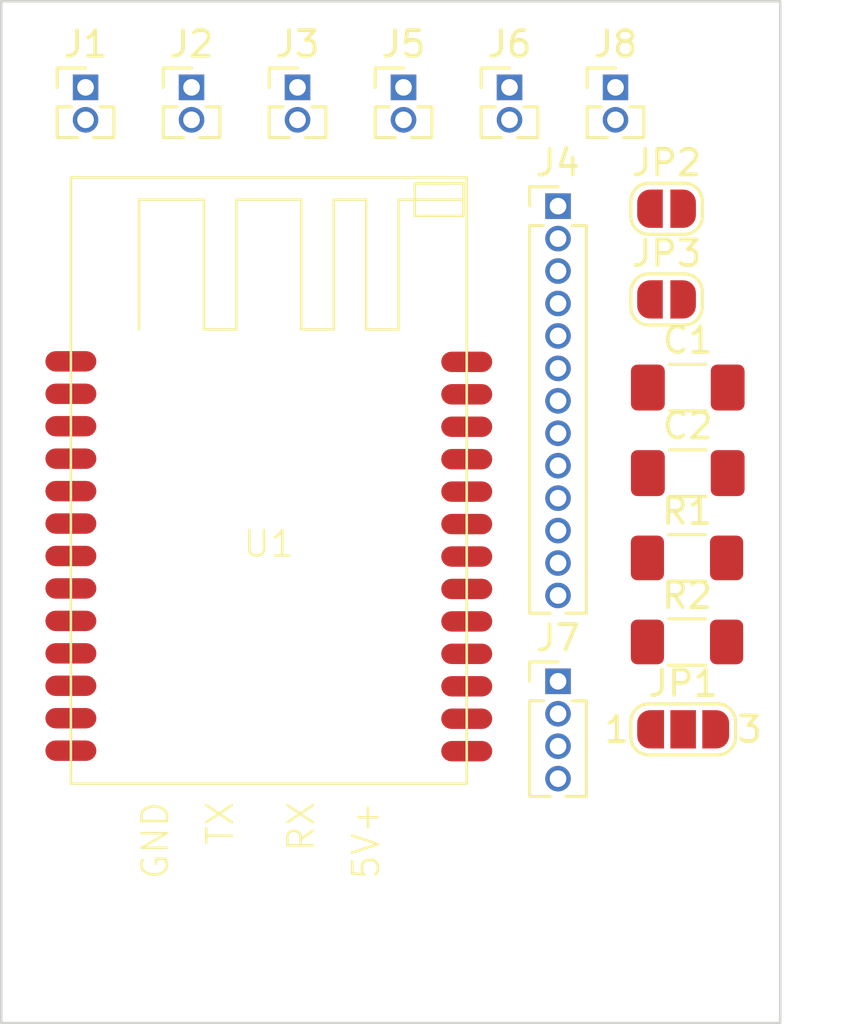
<source format=kicad_pcb>
(kicad_pcb (version 20221018) (generator pcbnew)
  (layers (0 "F.Cu" signal) (31 "B.Cu" signal) (34 "B.Paste" user) (35 "F.Paste" user) (36 "B.SilkS" user "B.Silkscreen") (37 "F.SilkS" user "F.Silkscreen") (38 "B.Mask" user) (39 "F.Mask" user) (44 "Edge.Cuts" user))
  (net 0 "")
  (net 1 "+3V3")
  (net 2 "GND")
  (net 3 "Net-(J1-Pin_1)")
  (net 4 "Net-(J1-Pin_2)")
  (net 5 "Net-(J2-Pin_2)")
  (net 6 "Net-(J4-Pin_1)")
  (net 7 "Net-(J4-Pin_2)")
  (net 8 "Net-(J4-Pin_3)")
  (net 9 "Net-(J4-Pin_4)")
  (net 10 "Net-(J4-Pin_5)")
  (net 11 "Net-(J4-Pin_6)")
  (net 12 "Net-(J4-Pin_7)")
  (net 13 "Net-(J4-Pin_8)")
  (net 14 "Net-(J4-Pin_9)")
  (net 15 "Net-(J4-Pin_10)")
  (net 16 "Net-(J4-Pin_11)")
  (net 17 "Net-(J4-Pin_12)")
  (net 18 "Net-(J4-Pin_13)")
  (net 19 "Net-(J5-Pin_2)")
  (net 20 "+BATT")
  (net 21 "+5V")
  (net 22 "Net-(J7-Pin_3)")
  (net 23 "Net-(J7-Pin_4)")
  (net 24 "Net-(JP1-C)")
  (net 25 "Net-(JP2-A)")
  (net 26 "Net-(JP3-A)")
  (net 27 "Net-(U1-DVDD{slash}POWER)")
  (footprint "Connector_PinHeader_1.27mm:PinHeader_1x02_P1.27mm_Vertical" (layer "F.Cu") (at 147.1 85.87)
    (fp_text reference "J3" (at 0 -1.695) (layer "F.SilkS"))
    (fp_text value "3V3_CONN")
    (fp_line (start -1.11 -0.76) (end 0 -0.76) (stroke (width 0.12)) (layer "F.SilkS"))
    (fp_line (start -1.11 0) (end -1.11 -0.76) (stroke (width 0.12)) (layer "F.SilkS"))
    (fp_line (start -1.11 0.76) (end -1.11 1.965) (stroke (width 0.12)) (layer "F.SilkS"))
    (fp_line (start -1.11 0.76) (end -0.563471 0.76) (stroke (width 0.12)) (layer "F.SilkS"))
    (fp_line (start -1.11 1.965) (end -0.30753 1.965) (stroke (width 0.12)) (layer "F.SilkS"))
    (fp_line (start 0.30753 1.965) (end 1.11 1.965) (stroke (width 0.12)) (layer "F.SilkS"))
    (fp_line (start 0.563471 0.76) (end 1.11 0.76) (stroke (width 0.12)) (layer "F.SilkS"))
    (fp_line (start 1.11 0.76) (end 1.11 1.965) (stroke (width 0.12)) (layer "F.SilkS"))
    (pad "1" thru_hole rect (at 0 0) (size 1 1) (drill 0.65) (layers "*.Cu" "*.Mask") (net 2 "GND"))
    (pad "2" thru_hole oval (at 0 1.27) (size 1 1) (drill 0.65) (layers "*.Cu" "*.Mask") (net 1 "+3V3"))
  )
  (footprint "Capacitor_SMD:C_1206_3216Metric_Pad1.33x1.80mm_HandSolder" (layer "F.Cu") (at 162.38 97.62)
    (fp_text reference "C1" (at 0 -1.85) (layer "F.SilkS"))
    (fp_text value "100u")
    (fp_line (start -0.711252 -0.91) (end 0.711252 -0.91) (stroke (width 0.12)) (layer "F.SilkS"))
    (fp_line (start -0.711252 0.91) (end 0.711252 0.91) (stroke (width 0.12)) (layer "F.SilkS"))
    (pad "1" smd roundrect (at -1.5625 0) (size 1.325 1.8) (layers "F.Cu" "F.Paste" "F.Mask") (roundrect_rratio 0.188679) (net 1 "+3V3"))
    (pad "2" smd roundrect (at 1.5625 0) (size 1.325 1.8) (layers "F.Cu" "F.Paste" "F.Mask") (roundrect_rratio 0.188679) (net 2 "GND"))
  )
  (footprint "Waddle_Footprint_Library:DFR0781_BT401_V3" (layer "F.Cu") (at 145.975 104.235)
    (fp_text reference "U1" (at 0 -0.5 unlocked) (layer "F.SilkS") (effects (font (thickness 0.1))))
    (fp_text value "DFR0781_BT401")
    (fp_text user "GND" (at -4.445 9.525 90 unlocked) (layer "F.SilkS") (effects (font (thickness 0.1)) (justify right)))
    (fp_text user "TX" (at -1.905 9.525 90 unlocked) (layer "F.SilkS") (effects (font (thickness 0.1)) (justify right)))
    (fp_text user "5V+" (at 3.81 9.525 90 unlocked) (layer "F.SilkS") (effects (font (thickness 0.1)) (justify right)))
    (fp_text user "RX" (at 1.27 9.525 90 unlocked) (layer "F.SilkS") (effects (font (thickness 0.1)) (justify right)))
    (fp_line (start -5.08 -13.97) (end -2.54 -13.97) (stroke (width 0.1)) (layer "F.SilkS"))
    (fp_line (start -5.08 -8.89) (end -5.08 -13.97) (stroke (width 0.1)) (layer "F.SilkS"))
    (fp_line (start -2.54 -13.97) (end -2.54 -8.89) (stroke (width 0.1)) (layer "F.SilkS"))
    (fp_line (start -2.54 -8.89) (end -1.27 -8.89) (stroke (width 0.1)) (layer "F.SilkS"))
    (fp_line (start -1.27 -13.97) (end 1.27 -13.97) (stroke (width 0.1)) (layer "F.SilkS"))
    (fp_line (start -1.27 -12.7) (end -1.27 -13.97) (stroke (width 0.1)) (layer "F.SilkS"))
    (fp_line (start -1.27 -8.89) (end -1.27 -12.7) (stroke (width 0.1)) (layer "F.SilkS"))
    (fp_line (start 1.27 -13.97) (end 1.27 -8.89) (stroke (width 0.1)) (layer "F.SilkS"))
    (fp_line (start 1.27 -8.89) (end 2.54 -8.89) (stroke (width 0.1)) (layer "F.SilkS"))
    (fp_line (start 2.54 -13.97) (end 3.81 -13.97) (stroke (width 0.1)) (layer "F.SilkS"))
    (fp_line (start 2.54 -8.89) (end 2.54 -13.97) (stroke (width 0.1)) (layer "F.SilkS"))
    (fp_line (start 3.81 -13.97) (end 3.81 -8.89) (stroke (width 0.1)) (layer "F.SilkS"))
    (fp_line (start 3.81 -8.89) (end 5.08 -8.89) (stroke (width 0.1)) (layer "F.SilkS"))
    (fp_line (start 5.08 -13.97) (end 7.62 -13.97) (stroke (width 0.1)) (layer "F.SilkS"))
    (fp_line (start 5.08 -8.89) (end 5.08 -13.97) (stroke (width 0.1)) (layer "F.SilkS"))
    (fp_rect (start -7.75 -14.84) (end 7.75 8.89) (stroke (width 0.1)) (fill none) (layer "F.SilkS"))
    (fp_rect (start 5.715 -14.605) (end 7.62 -13.335) (stroke (width 0.1)) (fill none) (layer "F.SilkS"))
    (pad "1" smd roundrect (at -7.75 -7.64) (size 2 0.8) (layers "F.Cu" "F.Paste" "F.Mask") (roundrect_rratio 0.5))
    (pad "2" smd roundrect (at -7.75 -6.37) (size 2 0.8) (layers "F.Cu" "F.Paste" "F.Mask") (roundrect_rratio 0.5))
    (pad "3" smd roundrect (at -7.75 -5.1) (size 2 0.8) (layers "F.Cu" "F.Paste" "F.Mask") (roundrect_rratio 0.5))
    (pad "4" smd roundrect (at -7.75 -3.83) (size 2 0.8) (layers "F.Cu" "F.Paste" "F.Mask") (roundrect_rratio 0.5) (net 18 "Net-(J4-Pin_13)"))
    (pad "5" smd roundrect (at -7.75 -2.56) (size 2 0.8) (layers "F.Cu" "F.Paste" "F.Mask") (roundrect_rratio 0.5) (net 17 "Net-(J4-Pin_12)"))
    (pad "6" smd roundrect (at -7.75 -1.29) (size 2 0.8) (layers "F.Cu" "F.Paste" "F.Mask") (roundrect_rratio 0.5) (net 1 "+3V3"))
    (pad "7" smd roundrect (at -7.75 -0.02) (size 2 0.8) (layers "F.Cu" "F.Paste" "F.Mask") (roundrect_rratio 0.5) (net 27 "Net-(U1-DVDD{slash}POWER)"))
    (pad "8" smd roundrect (at -7.75 1.25) (size 2 0.8) (layers "F.Cu" "F.Paste" "F.Mask") (roundrect_rratio 0.5) (net 19 "Net-(J5-Pin_2)"))
    (pad "9" smd roundrect (at -7.75 2.52) (size 2 0.8) (layers "F.Cu" "F.Paste" "F.Mask") (roundrect_rratio 0.5) (net 4 "Net-(J1-Pin_2)"))
    (pad "10" smd roundrect (at -7.75 3.79) (size 2 0.8) (layers "F.Cu" "F.Paste" "F.Mask") (roundrect_rratio 0.5) (net 5 "Net-(J2-Pin_2)"))
    (pad "11" smd roundrect (at -7.75 5.06) (size 2 0.8) (layers "F.Cu" "F.Paste" "F.Mask") (roundrect_rratio 0.5) (net 3 "Net-(J1-Pin_1)"))
    (pad "12" smd roundrect (at -7.75 6.33) (size 2 0.8) (layers "F.Cu" "F.Paste" "F.Mask") (roundrect_rratio 0.5) (net 2 "GND"))
    (pad "13" smd roundrect (at -7.75 7.6) (size 2 0.8) (layers "F.Cu" "F.Paste" "F.Mask") (roundrect_rratio 0.5) (net 20 "+BATT"))
    (pad "14" smd roundrect (at 7.75 7.62) (size 2 0.8) (layers "F.Cu" "F.Paste" "F.Mask") (roundrect_rratio 0.5) (net 16 "Net-(J4-Pin_11)"))
    (pad "15" smd roundrect (at 7.75 6.35) (size 2 0.8) (layers "F.Cu" "F.Paste" "F.Mask") (roundrect_rratio 0.5) (net 15 "Net-(J4-Pin_10)"))
    (pad "16" smd roundrect (at 7.75 5.08) (size 2 0.8) (layers "F.Cu" "F.Paste" "F.Mask") (roundrect_rratio 0.5) (net 14 "Net-(J4-Pin_9)"))
    (pad "17" smd roundrect (at 7.75 3.81) (size 2 0.8) (layers "F.Cu" "F.Paste" "F.Mask") (roundrect_rratio 0.5) (net 13 "Net-(J4-Pin_8)"))
    (pad "18" smd roundrect (at 7.75 2.54) (size 2 0.8) (layers "F.Cu" "F.Paste" "F.Mask") (roundrect_rratio 0.5) (net 12 "Net-(J4-Pin_7)"))
    (pad "19" smd roundrect (at 7.75 1.27) (size 2 0.8) (layers "F.Cu" "F.Paste" "F.Mask") (roundrect_rratio 0.5) (net 11 "Net-(J4-Pin_6)"))
    (pad "20" smd roundrect (at 7.75 0) (size 2 0.8) (layers "F.Cu" "F.Paste" "F.Mask") (roundrect_rratio 0.5) (net 10 "Net-(J4-Pin_5)"))
    (pad "21" smd roundrect (at 7.75 -1.27) (size 2 0.8) (layers "F.Cu" "F.Paste" "F.Mask") (roundrect_rratio 0.5) (net 9 "Net-(J4-Pin_4)"))
    (pad "22" smd roundrect (at 7.75 -2.54) (size 2 0.8) (layers "F.Cu" "F.Paste" "F.Mask") (roundrect_rratio 0.5) (net 8 "Net-(J4-Pin_3)"))
    (pad "23" smd roundrect (at 7.75 -3.81) (size 2 0.8) (layers "F.Cu" "F.Paste" "F.Mask") (roundrect_rratio 0.5) (net 7 "Net-(J4-Pin_2)"))
    (pad "24" smd roundrect (at 7.75 -5.08) (size 2 0.8) (layers "F.Cu" "F.Paste" "F.Mask") (roundrect_rratio 0.5) (net 6 "Net-(J4-Pin_1)"))
    (pad "25" smd roundrect (at 7.75 -6.35) (size 2 0.8) (layers "F.Cu" "F.Paste" "F.Mask") (roundrect_rratio 0.5) (net 23 "Net-(J7-Pin_4)"))
    (pad "26" smd roundrect (at 7.75 -7.62) (size 2 0.8) (layers "F.Cu" "F.Paste" "F.Mask") (roundrect_rratio 0.5) (net 22 "Net-(J7-Pin_3)"))
  )
  (footprint "Jumper:SolderJumper-2_P1.3mm_Open_RoundedPad1.0x1.5mm" (layer "F.Cu") (at 161.55 90.62)
    (fp_text reference "JP2" (at 0 -1.8) (layer "F.SilkS"))
    (fp_text value "Jumper_2_Bridged")
    (fp_line (start -1.4 0.3) (end -1.4 -0.3) (stroke (width 0.12)) (layer "F.SilkS"))
    (fp_line (start -0.7 -1) (end 0.7 -1) (stroke (width 0.12)) (layer "F.SilkS"))
    (fp_line (start 0.7 1) (end -0.7 1) (stroke (width 0.12)) (layer "F.SilkS"))
    (fp_line (start 1.4 -0.3) (end 1.4 0.3) (stroke (width 0.12)) (layer "F.SilkS"))
    (fp_arc (start -1.4 -0.3) (mid -1.194975 -0.794975) (end -0.7 -1) (stroke (width 0.12)) (layer "F.SilkS"))
    (fp_arc (start -0.7 1) (mid -1.194975 0.794975) (end -1.4 0.3) (stroke (width 0.12)) (layer "F.SilkS"))
    (fp_arc (start 0.7 -1) (mid 1.194975 -0.794975) (end 1.4 -0.3) (stroke (width 0.12)) (layer "F.SilkS"))
    (fp_arc (start 1.4 0.3) (mid 1.194975 0.794975) (end 0.7 1) (stroke (width 0.12)) (layer "F.SilkS"))
    (pad "1" smd custom (at -0.65 0) (size 1 0.5) (layers "F.Cu" "F.Mask") (net 25 "Net-(JP2-A)") (options (clearance outline) (anchor rect)) (primitives (gr_circle (center 0 0.25) (end 0.5 0.25) (width 0) (fill yes)) (gr_circle (center 0 -0.25) (end 0.5 -0.25) (width 0) (fill yes)) (gr_poly (pts (xy 0.5 0.75) (xy 0 0.75) (xy 0 -0.75) (xy 0.5 -0.75)) (width 0) (fill yes))))
    (pad "2" smd custom (at 0.65 0) (size 1 0.5) (layers "F.Cu" "F.Mask") (net 18 "Net-(J4-Pin_13)") (options (clearance outline) (anchor rect)) (primitives (gr_circle (center 0 0.25) (end 0.5 0.25) (width 0) (fill yes)) (gr_circle (center 0 -0.25) (end 0.5 -0.25) (width 0) (fill yes)) (gr_poly (pts (xy 0 0.75) (xy -0.5 0.75) (xy -0.5 -0.75) (xy 0 -0.75)) (width 0) (fill yes))))
  )
  (footprint "Capacitor_SMD:C_1206_3216Metric_Pad1.33x1.80mm_HandSolder" (layer "F.Cu") (at 162.38 100.97)
    (fp_text reference "C2" (at 0 -1.85) (layer "F.SilkS"))
    (fp_text value "4.7u")
    (fp_line (start -0.711252 -0.91) (end 0.711252 -0.91) (stroke (width 0.12)) (layer "F.SilkS"))
    (fp_line (start -0.711252 0.91) (end 0.711252 0.91) (stroke (width 0.12)) (layer "F.SilkS"))
    (pad "1" smd roundrect (at -1.5625 0) (size 1.325 1.8) (layers "F.Cu" "F.Paste" "F.Mask") (roundrect_rratio 0.188679) (net 1 "+3V3"))
    (pad "2" smd roundrect (at 1.5625 0) (size 1.325 1.8) (layers "F.Cu" "F.Paste" "F.Mask") (roundrect_rratio 0.188679) (net 2 "GND"))
  )
  (footprint "Jumper:SolderJumper-3_P1.3mm_Open_RoundedPad1.0x1.5mm_NumberLabels" (layer "F.Cu") (at 162.2 111)
    (fp_text reference "JP1" (at 0 -1.8) (layer "F.SilkS"))
    (fp_text value "Jumper_3_Open")
    (fp_text user "3" (at 2.6 0) (layer "F.SilkS"))
    (fp_text user "1" (at -2.6 0) (layer "F.SilkS"))
    (fp_line (start -2.05 0.3) (end -2.05 -0.3) (stroke (width 0.12)) (layer "F.SilkS"))
    (fp_line (start -1.4 -1) (end 1.4 -1) (stroke (width 0.12)) (layer "F.SilkS"))
    (fp_line (start 1.4 1) (end -1.4 1) (stroke (width 0.12)) (layer "F.SilkS"))
    (fp_line (start 2.05 -0.3) (end 2.05 0.3) (stroke (width 0.12)) (layer "F.SilkS"))
    (fp_arc (start -2.05 -0.3) (mid -1.844975 -0.794975) (end -1.35 -1) (stroke (width 0.12)) (layer "F.SilkS"))
    (fp_arc (start -1.35 1) (mid -1.844975 0.794975) (end -2.05 0.3) (stroke (width 0.12)) (layer "F.SilkS"))
    (fp_arc (start 1.35 -1) (mid 1.844975 -0.794975) (end 2.05 -0.3) (stroke (width 0.12)) (layer "F.SilkS"))
    (fp_arc (start 2.05 0.3) (mid 1.844975 0.794975) (end 1.35 1) (stroke (width 0.12)) (layer "F.SilkS"))
    (pad "1" smd custom (at -1.3 0) (size 1 0.5) (layers "F.Cu" "F.Mask") (net 20 "+BATT") (options (clearance outline) (anchor rect)) (primitives (gr_circle (center 0 0.25) (end 0.5 0.25) (width 0) (fill yes)) (gr_circle (center 0 -0.25) (end 0.5 -0.25) (width 0) (fill yes)) (gr_poly (pts (xy 0.55 0.75) (xy 0 0.75) (xy 0 -0.75) (xy 0.55 -0.75)) (width 0) (fill yes))))
    (pad "2" smd rect (at 0 0) (size 1 1.5) (layers "F.Cu" "F.Mask") (net 24 "Net-(JP1-C)"))
    (pad "3" smd custom (at 1.3 0) (size 1 0.5) (layers "F.Cu" "F.Mask") (net 1 "+3V3") (options (clearance outline) (anchor rect)) (primitives (gr_circle (center 0 0.25) (end 0.5 0.25) (width 0) (fill yes)) (gr_circle (center 0 -0.25) (end 0.5 -0.25) (width 0) (fill yes)) (gr_poly (pts (xy 0 0.75) (xy -0.55 0.75) (xy -0.55 -0.75) (xy 0 -0.75)) (width 0) (fill yes))))
  )
  (footprint "Connector_PinHeader_1.27mm:PinHeader_1x02_P1.27mm_Vertical" (layer "F.Cu") (at 155.4 85.87)
    (fp_text reference "J6" (at 0 -1.695) (layer "F.SilkS"))
    (fp_text value "BATT_CONN")
    (fp_line (start -1.11 -0.76) (end 0 -0.76) (stroke (width 0.12)) (layer "F.SilkS"))
    (fp_line (start -1.11 0) (end -1.11 -0.76) (stroke (width 0.12)) (layer "F.SilkS"))
    (fp_line (start -1.11 0.76) (end -1.11 1.965) (stroke (width 0.12)) (layer "F.SilkS"))
    (fp_line (start -1.11 0.76) (end -0.563471 0.76) (stroke (width 0.12)) (layer "F.SilkS"))
    (fp_line (start -1.11 1.965) (end -0.30753 1.965) (stroke (width 0.12)) (layer "F.SilkS"))
    (fp_line (start 0.30753 1.965) (end 1.11 1.965) (stroke (width 0.12)) (layer "F.SilkS"))
    (fp_line (start 0.563471 0.76) (end 1.11 0.76) (stroke (width 0.12)) (layer "F.SilkS"))
    (fp_line (start 1.11 0.76) (end 1.11 1.965) (stroke (width 0.12)) (layer "F.SilkS"))
    (pad "1" thru_hole rect (at 0 0) (size 1 1) (drill 0.65) (layers "*.Cu" "*.Mask") (net 2 "GND"))
    (pad "2" thru_hole oval (at 0 1.27) (size 1 1) (drill 0.65) (layers "*.Cu" "*.Mask") (net 20 "+BATT"))
  )
  (footprint "Connector_PinHeader_1.27mm:PinHeader_1x02_P1.27mm_Vertical" (layer "F.Cu") (at 151.25 85.87)
    (fp_text reference "J5" (at 0 -1.695) (layer "F.SilkS"))
    (fp_text value "MIC_AUDIO")
    (fp_line (start -1.11 -0.76) (end 0 -0.76) (stroke (width 0.12)) (layer "F.SilkS"))
    (fp_line (start -1.11 0) (end -1.11 -0.76) (stroke (width 0.12)) (layer "F.SilkS"))
    (fp_line (start -1.11 0.76) (end -1.11 1.965) (stroke (width 0.12)) (layer "F.SilkS"))
    (fp_line (start -1.11 0.76) (end -0.563471 0.76) (stroke (width 0.12)) (layer "F.SilkS"))
    (fp_line (start -1.11 1.965) (end -0.30753 1.965) (stroke (width 0.12)) (layer "F.SilkS"))
    (fp_line (start 0.30753 1.965) (end 1.11 1.965) (stroke (width 0.12)) (layer "F.SilkS"))
    (fp_line (start 0.563471 0.76) (end 1.11 0.76) (stroke (width 0.12)) (layer "F.SilkS"))
    (fp_line (start 1.11 0.76) (end 1.11 1.965) (stroke (width 0.12)) (layer "F.SilkS"))
    (pad "1" thru_hole rect (at 0 0) (size 1 1) (drill 0.65) (layers "*.Cu" "*.Mask") (net 3 "Net-(J1-Pin_1)"))
    (pad "2" thru_hole oval (at 0 1.27) (size 1 1) (drill 0.65) (layers "*.Cu" "*.Mask") (net 19 "Net-(J5-Pin_2)"))
  )
  (footprint "Resistor_SMD:R_1206_3216Metric_Pad1.30x1.75mm_HandSolder" (layer "F.Cu") (at 162.35 104.29)
    (fp_text reference "R1" (at 0 -1.82) (layer "F.SilkS"))
    (fp_text value "100k")
    (fp_line (start -0.727064 -0.91) (end 0.727064 -0.91) (stroke (width 0.12)) (layer "F.SilkS"))
    (fp_line (start -0.727064 0.91) (end 0.727064 0.91) (stroke (width 0.12)) (layer "F.SilkS"))
    (pad "1" smd roundrect (at -1.55 0) (size 1.3 1.75) (layers "F.Cu" "F.Paste" "F.Mask") (roundrect_rratio 0.192308) (net 27 "Net-(U1-DVDD{slash}POWER)"))
    (pad "2" smd roundrect (at 1.55 0) (size 1.3 1.75) (layers "F.Cu" "F.Paste" "F.Mask") (roundrect_rratio 0.192308) (net 2 "GND"))
  )
  (footprint "Jumper:SolderJumper-2_P1.3mm_Open_RoundedPad1.0x1.5mm" (layer "F.Cu") (at 161.55 94.17)
    (fp_text reference "JP3" (at 0 -1.8) (layer "F.SilkS"))
    (fp_text value "Jumper_2_Bridged")
    (fp_line (start -1.4 0.3) (end -1.4 -0.3) (stroke (width 0.12)) (layer "F.SilkS"))
    (fp_line (start -0.7 -1) (end 0.7 -1) (stroke (width 0.12)) (layer "F.SilkS"))
    (fp_line (start 0.7 1) (end -0.7 1) (stroke (width 0.12)) (layer "F.SilkS"))
    (fp_line (start 1.4 -0.3) (end 1.4 0.3) (stroke (width 0.12)) (layer "F.SilkS"))
    (fp_arc (start -1.4 -0.3) (mid -1.194975 -0.794975) (end -0.7 -1) (stroke (width 0.12)) (layer "F.SilkS"))
    (fp_arc (start -0.7 1) (mid -1.194975 0.794975) (end -1.4 0.3) (stroke (width 0.12)) (layer "F.SilkS"))
    (fp_arc (start 0.7 -1) (mid 1.194975 -0.794975) (end 1.4 -0.3) (stroke (width 0.12)) (layer "F.SilkS"))
    (fp_arc (start 1.4 0.3) (mid 1.194975 0.794975) (end 0.7 1) (stroke (width 0.12)) (layer "F.SilkS"))
    (pad "1" smd custom (at -0.65 0) (size 1 0.5) (layers "F.Cu" "F.Mask") (net 26 "Net-(JP3-A)") (options (clearance outline) (anchor rect)) (primitives (gr_circle (center 0 0.25) (end 0.5 0.25) (width 0) (fill yes)) (gr_circle (center 0 -0.25) (end 0.5 -0.25) (width 0) (fill yes)) (gr_poly (pts (xy 0.5 0.75) (xy 0 0.75) (xy 0 -0.75) (xy 0.5 -0.75)) (width 0) (fill yes))))
    (pad "2" smd custom (at 0.65 0) (size 1 0.5) (layers "F.Cu" "F.Mask") (net 17 "Net-(J4-Pin_12)") (options (clearance outline) (anchor rect)) (primitives (gr_circle (center 0 0.25) (end 0.5 0.25) (width 0) (fill yes)) (gr_circle (center 0 -0.25) (end 0.5 -0.25) (width 0) (fill yes)) (gr_poly (pts (xy 0 0.75) (xy -0.5 0.75) (xy -0.5 -0.75) (xy 0 -0.75)) (width 0) (fill yes))))
  )
  (footprint "Connector_PinHeader_1.27mm:PinHeader_1x02_P1.27mm_Vertical" (layer "F.Cu") (at 142.95 85.87)
    (fp_text reference "J2" (at 0 -1.695) (layer "F.SilkS"))
    (fp_text value "L_AUDIO")
    (fp_line (start -1.11 -0.76) (end 0 -0.76) (stroke (width 0.12)) (layer "F.SilkS"))
    (fp_line (start -1.11 0) (end -1.11 -0.76) (stroke (width 0.12)) (layer "F.SilkS"))
    (fp_line (start -1.11 0.76) (end -1.11 1.965) (stroke (width 0.12)) (layer "F.SilkS"))
    (fp_line (start -1.11 0.76) (end -0.563471 0.76) (stroke (width 0.12)) (layer "F.SilkS"))
    (fp_line (start -1.11 1.965) (end -0.30753 1.965) (stroke (width 0.12)) (layer "F.SilkS"))
    (fp_line (start 0.30753 1.965) (end 1.11 1.965) (stroke (width 0.12)) (layer "F.SilkS"))
    (fp_line (start 0.563471 0.76) (end 1.11 0.76) (stroke (width 0.12)) (layer "F.SilkS"))
    (fp_line (start 1.11 0.76) (end 1.11 1.965) (stroke (width 0.12)) (layer "F.SilkS"))
    (pad "1" thru_hole rect (at 0 0) (size 1 1) (drill 0.65) (layers "*.Cu" "*.Mask") (net 3 "Net-(J1-Pin_1)"))
    (pad "2" thru_hole oval (at 0 1.27) (size 1 1) (drill 0.65) (layers "*.Cu" "*.Mask") (net 5 "Net-(J2-Pin_2)"))
  )
  (footprint "Connector_PinHeader_1.27mm:PinHeader_1x02_P1.27mm_Vertical" (layer "F.Cu") (at 138.8 85.87)
    (fp_text reference "J1" (at 0 -1.695) (layer "F.SilkS"))
    (fp_text value "R_AUDIO")
    (fp_line (start -1.11 -0.76) (end 0 -0.76) (stroke (width 0.12)) (layer "F.SilkS"))
    (fp_line (start -1.11 0) (end -1.11 -0.76) (stroke (width 0.12)) (layer "F.SilkS"))
    (fp_line (start -1.11 0.76) (end -1.11 1.965) (stroke (width 0.12)) (layer "F.SilkS"))
    (fp_line (start -1.11 0.76) (end -0.563471 0.76) (stroke (width 0.12)) (layer "F.SilkS"))
    (fp_line (start -1.11 1.965) (end -0.30753 1.965) (stroke (width 0.12)) (layer "F.SilkS"))
    (fp_line (start 0.30753 1.965) (end 1.11 1.965) (stroke (width 0.12)) (layer "F.SilkS"))
    (fp_line (start 0.563471 0.76) (end 1.11 0.76) (stroke (width 0.12)) (layer "F.SilkS"))
    (fp_line (start 1.11 0.76) (end 1.11 1.965) (stroke (width 0.12)) (layer "F.SilkS"))
    (pad "1" thru_hole rect (at 0 0) (size 1 1) (drill 0.65) (layers "*.Cu" "*.Mask") (net 3 "Net-(J1-Pin_1)"))
    (pad "2" thru_hole oval (at 0 1.27) (size 1 1) (drill 0.65) (layers "*.Cu" "*.Mask") (net 4 "Net-(J1-Pin_2)"))
  )
  (footprint "Connector_PinHeader_1.27mm:PinHeader_1x13_P1.27mm_Vertical" (layer "F.Cu") (at 157.3 90.52)
    (fp_text reference "J4" (at 0 -1.695) (layer "F.SilkS"))
    (fp_text value "Conn_01x13")
    (fp_line (start -1.11 -0.76) (end 0 -0.76) (stroke (width 0.12)) (layer "F.SilkS"))
    (fp_line (start -1.11 0) (end -1.11 -0.76) (stroke (width 0.12)) (layer "F.SilkS"))
    (fp_line (start -1.11 0.76) (end -1.11 15.935) (stroke (width 0.12)) (layer "F.SilkS"))
    (fp_line (start -1.11 0.76) (end -0.563471 0.76) (stroke (width 0.12)) (layer "F.SilkS"))
    (fp_line (start -1.11 15.935) (end -0.30753 15.935) (stroke (width 0.12)) (layer "F.SilkS"))
    (fp_line (start 0.30753 15.935) (end 1.11 15.935) (stroke (width 0.12)) (layer "F.SilkS"))
    (fp_line (start 0.563471 0.76) (end 1.11 0.76) (stroke (width 0.12)) (layer "F.SilkS"))
    (fp_line (start 1.11 0.76) (end 1.11 15.935) (stroke (width 0.12)) (layer "F.SilkS"))
    (pad "1" thru_hole rect (at 0 0) (size 1 1) (drill 0.65) (layers "*.Cu" "*.Mask") (net 6 "Net-(J4-Pin_1)"))
    (pad "2" thru_hole oval (at 0 1.27) (size 1 1) (drill 0.65) (layers "*.Cu" "*.Mask") (net 7 "Net-(J4-Pin_2)"))
    (pad "3" thru_hole oval (at 0 2.54) (size 1 1) (drill 0.65) (layers "*.Cu" "*.Mask") (net 8 "Net-(J4-Pin_3)"))
    (pad "4" thru_hole oval (at 0 3.81) (size 1 1) (drill 0.65) (layers "*.Cu" "*.Mask") (net 9 "Net-(J4-Pin_4)"))
    (pad "5" thru_hole oval (at 0 5.08) (size 1 1) (drill 0.65) (layers "*.Cu" "*.Mask") (net 10 "Net-(J4-Pin_5)"))
    (pad "6" thru_hole oval (at 0 6.35) (size 1 1) (drill 0.65) (layers "*.Cu" "*.Mask") (net 11 "Net-(J4-Pin_6)"))
    (pad "7" thru_hole oval (at 0 7.62) (size 1 1) (drill 0.65) (layers "*.Cu" "*.Mask") (net 12 "Net-(J4-Pin_7)"))
    (pad "8" thru_hole oval (at 0 8.89) (size 1 1) (drill 0.65) (layers "*.Cu" "*.Mask") (net 13 "Net-(J4-Pin_8)"))
    (pad "9" thru_hole oval (at 0 10.16) (size 1 1) (drill 0.65) (layers "*.Cu" "*.Mask") (net 14 "Net-(J4-Pin_9)"))
    (pad "10" thru_hole oval (at 0 11.43) (size 1 1) (drill 0.65) (layers "*.Cu" "*.Mask") (net 15 "Net-(J4-Pin_10)"))
    (pad "11" thru_hole oval (at 0 12.7) (size 1 1) (drill 0.65) (layers "*.Cu" "*.Mask") (net 16 "Net-(J4-Pin_11)"))
    (pad "12" thru_hole oval (at 0 13.97) (size 1 1) (drill 0.65) (layers "*.Cu" "*.Mask") (net 17 "Net-(J4-Pin_12)"))
    (pad "13" thru_hole oval (at 0 15.24) (size 1 1) (drill 0.65) (layers "*.Cu" "*.Mask") (net 18 "Net-(J4-Pin_13)"))
  )
  (footprint "Connector_PinHeader_1.27mm:PinHeader_1x02_P1.27mm_Vertical" (layer "F.Cu") (at 159.55 85.87)
    (fp_text reference "J8" (at 0 -1.695) (layer "F.SilkS"))
    (fp_text value "5V_CONN")
    (fp_line (start -1.11 -0.76) (end 0 -0.76) (stroke (width 0.12)) (layer "F.SilkS"))
    (fp_line (start -1.11 0) (end -1.11 -0.76) (stroke (width 0.12)) (layer "F.SilkS"))
    (fp_line (start -1.11 0.76) (end -1.11 1.965) (stroke (width 0.12)) (layer "F.SilkS"))
    (fp_line (start -1.11 0.76) (end -0.563471 0.76) (stroke (width 0.12)) (layer "F.SilkS"))
    (fp_line (start -1.11 1.965) (end -0.30753 1.965) (stroke (width 0.12)) (layer "F.SilkS"))
    (fp_line (start 0.30753 1.965) (end 1.11 1.965) (stroke (width 0.12)) (layer "F.SilkS"))
    (fp_line (start 0.563471 0.76) (end 1.11 0.76) (stroke (width 0.12)) (layer "F.SilkS"))
    (fp_line (start 1.11 0.76) (end 1.11 1.965) (stroke (width 0.12)) (layer "F.SilkS"))
    (pad "1" thru_hole rect (at 0 0) (size 1 1) (drill 0.65) (layers "*.Cu" "*.Mask") (net 2 "GND"))
    (pad "2" thru_hole oval (at 0 1.27) (size 1 1) (drill 0.65) (layers "*.Cu" "*.Mask") (net 21 "+5V"))
  )
  (footprint "Connector_PinHeader_1.27mm:PinHeader_1x04_P1.27mm_Vertical" (layer "F.Cu") (at 157.3 109.12)
    (fp_text reference "J7" (at 0 -1.695) (layer "F.SilkS"))
    (fp_text value "UART_CONN")
    (fp_line (start -1.11 -0.76) (end 0 -0.76) (stroke (width 0.12)) (layer "F.SilkS"))
    (fp_line (start -1.11 0) (end -1.11 -0.76) (stroke (width 0.12)) (layer "F.SilkS"))
    (fp_line (start -1.11 0.76) (end -1.11 4.505) (stroke (width 0.12)) (layer "F.SilkS"))
    (fp_line (start -1.11 0.76) (end -0.563471 0.76) (stroke (width 0.12)) (layer "F.SilkS"))
    (fp_line (start -1.11 4.505) (end -0.30753 4.505) (stroke (width 0.12)) (layer "F.SilkS"))
    (fp_line (start 0.30753 4.505) (end 1.11 4.505) (stroke (width 0.12)) (layer "F.SilkS"))
    (fp_line (start 0.563471 0.76) (end 1.11 0.76) (stroke (width 0.12)) (layer "F.SilkS"))
    (fp_line (start 1.11 0.76) (end 1.11 4.505) (stroke (width 0.12)) (layer "F.SilkS"))
    (pad "1" thru_hole rect (at 0 0) (size 1 1) (drill 0.65) (layers "*.Cu" "*.Mask") (net 2 "GND"))
    (pad "2" thru_hole oval (at 0 1.27) (size 1 1) (drill 0.65) (layers "*.Cu" "*.Mask") (net 21 "+5V"))
    (pad "3" thru_hole oval (at 0 2.54) (size 1 1) (drill 0.65) (layers "*.Cu" "*.Mask") (net 22 "Net-(J7-Pin_3)"))
    (pad "4" thru_hole oval (at 0 3.81) (size 1 1) (drill 0.65) (layers "*.Cu" "*.Mask") (net 23 "Net-(J7-Pin_4)"))
  )
  (footprint "Resistor_SMD:R_1206_3216Metric_Pad1.30x1.75mm_HandSolder" (layer "F.Cu") (at 162.35 107.58)
    (fp_text reference "R2" (at 0 -1.82) (layer "F.SilkS"))
    (fp_text value "100k")
    (fp_line (start -0.727064 -0.91) (end 0.727064 -0.91) (stroke (width 0.12)) (layer "F.SilkS"))
    (fp_line (start -0.727064 0.91) (end 0.727064 0.91) (stroke (width 0.12)) (layer "F.SilkS"))
    (pad "1" smd roundrect (at -1.55 0) (size 1.3 1.75) (layers "F.Cu" "F.Paste" "F.Mask") (roundrect_rratio 0.192308) (net 24 "Net-(JP1-C)"))
    (pad "2" smd roundrect (at 1.55 0) (size 1.3 1.75) (layers "F.Cu" "F.Paste" "F.Mask") (roundrect_rratio 0.192308) (net 27 "Net-(U1-DVDD{slash}POWER)"))
  )
  (gr_rect (start 135.5 82.5) (end 166 122.5) (stroke (width 0.1)) (fill none) (layer "Edge.Cuts"))
)
</source>
